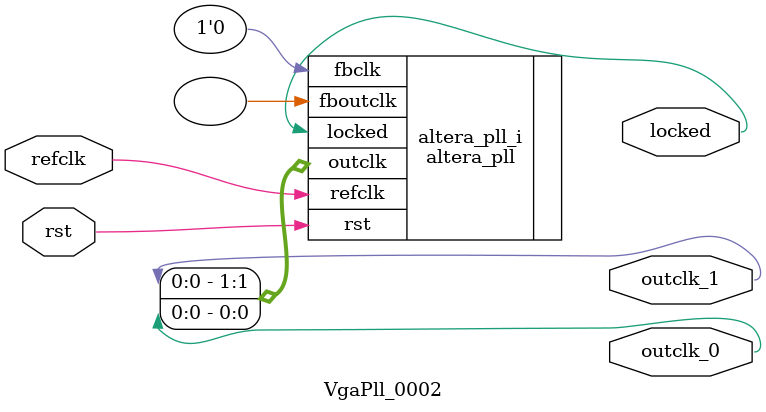
<source format=v>
`timescale 1ns/10ps
module  VgaPll_0002(

	// interface 'refclk'
	input wire refclk,

	// interface 'reset'
	input wire rst,

	// interface 'outclk0'
	output wire outclk_0,

	// interface 'outclk1'
	output wire outclk_1,

	// interface 'locked'
	output wire locked
);

	altera_pll #(
		.fractional_vco_multiplier("false"),
		.reference_clock_frequency("50.0 MHz"),
		.operation_mode("direct"),
		.number_of_clocks(2),
		.output_clock_frequency0("25.000000 MHz"),
		.phase_shift0("0 ps"),
		.duty_cycle0(50),
		.output_clock_frequency1("100.000000 MHz"),
		.phase_shift1("0 ps"),
		.duty_cycle1(50),
		.output_clock_frequency2("0 MHz"),
		.phase_shift2("0 ps"),
		.duty_cycle2(50),
		.output_clock_frequency3("0 MHz"),
		.phase_shift3("0 ps"),
		.duty_cycle3(50),
		.output_clock_frequency4("0 MHz"),
		.phase_shift4("0 ps"),
		.duty_cycle4(50),
		.output_clock_frequency5("0 MHz"),
		.phase_shift5("0 ps"),
		.duty_cycle5(50),
		.output_clock_frequency6("0 MHz"),
		.phase_shift6("0 ps"),
		.duty_cycle6(50),
		.output_clock_frequency7("0 MHz"),
		.phase_shift7("0 ps"),
		.duty_cycle7(50),
		.output_clock_frequency8("0 MHz"),
		.phase_shift8("0 ps"),
		.duty_cycle8(50),
		.output_clock_frequency9("0 MHz"),
		.phase_shift9("0 ps"),
		.duty_cycle9(50),
		.output_clock_frequency10("0 MHz"),
		.phase_shift10("0 ps"),
		.duty_cycle10(50),
		.output_clock_frequency11("0 MHz"),
		.phase_shift11("0 ps"),
		.duty_cycle11(50),
		.output_clock_frequency12("0 MHz"),
		.phase_shift12("0 ps"),
		.duty_cycle12(50),
		.output_clock_frequency13("0 MHz"),
		.phase_shift13("0 ps"),
		.duty_cycle13(50),
		.output_clock_frequency14("0 MHz"),
		.phase_shift14("0 ps"),
		.duty_cycle14(50),
		.output_clock_frequency15("0 MHz"),
		.phase_shift15("0 ps"),
		.duty_cycle15(50),
		.output_clock_frequency16("0 MHz"),
		.phase_shift16("0 ps"),
		.duty_cycle16(50),
		.output_clock_frequency17("0 MHz"),
		.phase_shift17("0 ps"),
		.duty_cycle17(50),
		.pll_type("General"),
		.pll_subtype("General")
	) altera_pll_i (
		.rst	(rst),
		.outclk	({outclk_1, outclk_0}),
		.locked	(locked),
		.fboutclk	( ),
		.fbclk	(1'b0),
		.refclk	(refclk)
	);
endmodule


</source>
